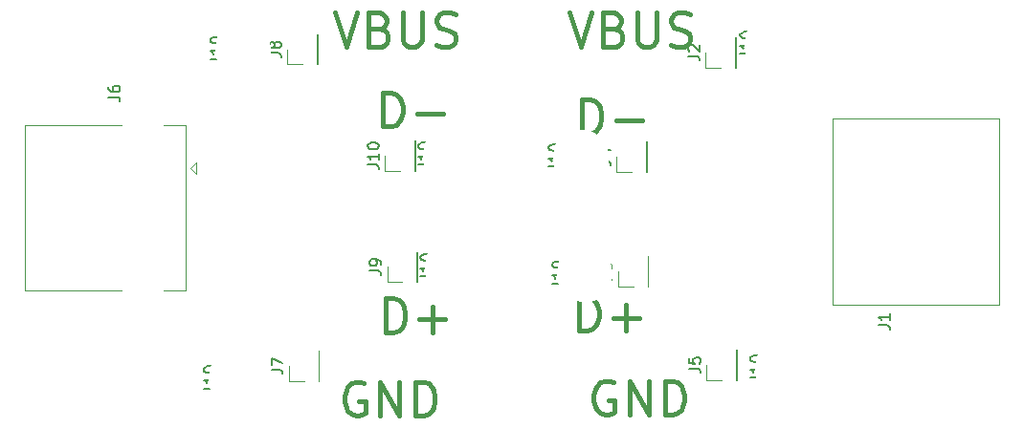
<source format=gto>
%TF.GenerationSoftware,KiCad,Pcbnew,5.1.10-88a1d61d58~88~ubuntu20.04.1*%
%TF.CreationDate,2021-05-09T22:43:12+02:00*%
%TF.ProjectId,USBConnectorTester,55534243-6f6e-46e6-9563-746f72546573,rev?*%
%TF.SameCoordinates,Original*%
%TF.FileFunction,Legend,Top*%
%TF.FilePolarity,Positive*%
%FSLAX46Y46*%
G04 Gerber Fmt 4.6, Leading zero omitted, Abs format (unit mm)*
G04 Created by KiCad (PCBNEW 5.1.10-88a1d61d58~88~ubuntu20.04.1) date 2021-05-09 22:43:12*
%MOMM*%
%LPD*%
G01*
G04 APERTURE LIST*
%ADD10C,0.400000*%
%ADD11C,0.120000*%
%ADD12C,0.150000*%
%ADD13C,5.000000*%
%ADD14R,1.700000X1.700000*%
%ADD15C,1.524000*%
%ADD16R,1.524000X1.524000*%
%ADD17C,3.500000*%
%ADD18C,1.500000*%
%ADD19C,3.000000*%
G04 APERTURE END LIST*
D10*
X134877142Y-110607142D02*
X134877142Y-107607142D01*
X135591428Y-107607142D01*
X136020000Y-107750000D01*
X136305714Y-108035714D01*
X136448571Y-108321428D01*
X136591428Y-108892857D01*
X136591428Y-109321428D01*
X136448571Y-109892857D01*
X136305714Y-110178571D01*
X136020000Y-110464285D01*
X135591428Y-110607142D01*
X134877142Y-110607142D01*
X137877142Y-109464285D02*
X140162857Y-109464285D01*
X139020000Y-110607142D02*
X139020000Y-108321428D01*
X134647142Y-92357142D02*
X134647142Y-89357142D01*
X135361428Y-89357142D01*
X135790000Y-89500000D01*
X136075714Y-89785714D01*
X136218571Y-90071428D01*
X136361428Y-90642857D01*
X136361428Y-91071428D01*
X136218571Y-91642857D01*
X136075714Y-91928571D01*
X135790000Y-92214285D01*
X135361428Y-92357142D01*
X134647142Y-92357142D01*
X137647142Y-91214285D02*
X139932857Y-91214285D01*
X152237142Y-92957142D02*
X152237142Y-89957142D01*
X152951428Y-89957142D01*
X153380000Y-90100000D01*
X153665714Y-90385714D01*
X153808571Y-90671428D01*
X153951428Y-91242857D01*
X153951428Y-91671428D01*
X153808571Y-92242857D01*
X153665714Y-92528571D01*
X153380000Y-92814285D01*
X152951428Y-92957142D01*
X152237142Y-92957142D01*
X155237142Y-91814285D02*
X157522857Y-91814285D01*
X152007142Y-110457142D02*
X152007142Y-107457142D01*
X152721428Y-107457142D01*
X153150000Y-107600000D01*
X153435714Y-107885714D01*
X153578571Y-108171428D01*
X153721428Y-108742857D01*
X153721428Y-109171428D01*
X153578571Y-109742857D01*
X153435714Y-110028571D01*
X153150000Y-110314285D01*
X152721428Y-110457142D01*
X152007142Y-110457142D01*
X155007142Y-109314285D02*
X157292857Y-109314285D01*
X156150000Y-110457142D02*
X156150000Y-108171428D01*
X151110000Y-82287142D02*
X152110000Y-85287142D01*
X153110000Y-82287142D01*
X155110000Y-83715714D02*
X155538571Y-83858571D01*
X155681428Y-84001428D01*
X155824285Y-84287142D01*
X155824285Y-84715714D01*
X155681428Y-85001428D01*
X155538571Y-85144285D01*
X155252857Y-85287142D01*
X154110000Y-85287142D01*
X154110000Y-82287142D01*
X155110000Y-82287142D01*
X155395714Y-82430000D01*
X155538571Y-82572857D01*
X155681428Y-82858571D01*
X155681428Y-83144285D01*
X155538571Y-83430000D01*
X155395714Y-83572857D01*
X155110000Y-83715714D01*
X154110000Y-83715714D01*
X157110000Y-82287142D02*
X157110000Y-84715714D01*
X157252857Y-85001428D01*
X157395714Y-85144285D01*
X157681428Y-85287142D01*
X158252857Y-85287142D01*
X158538571Y-85144285D01*
X158681428Y-85001428D01*
X158824285Y-84715714D01*
X158824285Y-82287142D01*
X160110000Y-85144285D02*
X160538571Y-85287142D01*
X161252857Y-85287142D01*
X161538571Y-85144285D01*
X161681428Y-85001428D01*
X161824285Y-84715714D01*
X161824285Y-84430000D01*
X161681428Y-84144285D01*
X161538571Y-84001428D01*
X161252857Y-83858571D01*
X160681428Y-83715714D01*
X160395714Y-83572857D01*
X160252857Y-83430000D01*
X160110000Y-83144285D01*
X160110000Y-82858571D01*
X160252857Y-82572857D01*
X160395714Y-82430000D01*
X160681428Y-82287142D01*
X161395714Y-82287142D01*
X161824285Y-82430000D01*
X130360000Y-82287142D02*
X131360000Y-85287142D01*
X132360000Y-82287142D01*
X134360000Y-83715714D02*
X134788571Y-83858571D01*
X134931428Y-84001428D01*
X135074285Y-84287142D01*
X135074285Y-84715714D01*
X134931428Y-85001428D01*
X134788571Y-85144285D01*
X134502857Y-85287142D01*
X133360000Y-85287142D01*
X133360000Y-82287142D01*
X134360000Y-82287142D01*
X134645714Y-82430000D01*
X134788571Y-82572857D01*
X134931428Y-82858571D01*
X134931428Y-83144285D01*
X134788571Y-83430000D01*
X134645714Y-83572857D01*
X134360000Y-83715714D01*
X133360000Y-83715714D01*
X136360000Y-82287142D02*
X136360000Y-84715714D01*
X136502857Y-85001428D01*
X136645714Y-85144285D01*
X136931428Y-85287142D01*
X137502857Y-85287142D01*
X137788571Y-85144285D01*
X137931428Y-85001428D01*
X138074285Y-84715714D01*
X138074285Y-82287142D01*
X139360000Y-85144285D02*
X139788571Y-85287142D01*
X140502857Y-85287142D01*
X140788571Y-85144285D01*
X140931428Y-85001428D01*
X141074285Y-84715714D01*
X141074285Y-84430000D01*
X140931428Y-84144285D01*
X140788571Y-84001428D01*
X140502857Y-83858571D01*
X139931428Y-83715714D01*
X139645714Y-83572857D01*
X139502857Y-83430000D01*
X139360000Y-83144285D01*
X139360000Y-82858571D01*
X139502857Y-82572857D01*
X139645714Y-82430000D01*
X139931428Y-82287142D01*
X140645714Y-82287142D01*
X141074285Y-82430000D01*
X132934285Y-115130000D02*
X132648571Y-114987142D01*
X132220000Y-114987142D01*
X131791428Y-115130000D01*
X131505714Y-115415714D01*
X131362857Y-115701428D01*
X131220000Y-116272857D01*
X131220000Y-116701428D01*
X131362857Y-117272857D01*
X131505714Y-117558571D01*
X131791428Y-117844285D01*
X132220000Y-117987142D01*
X132505714Y-117987142D01*
X132934285Y-117844285D01*
X133077142Y-117701428D01*
X133077142Y-116701428D01*
X132505714Y-116701428D01*
X134362857Y-117987142D02*
X134362857Y-114987142D01*
X136077142Y-117987142D01*
X136077142Y-114987142D01*
X137505714Y-117987142D02*
X137505714Y-114987142D01*
X138220000Y-114987142D01*
X138648571Y-115130000D01*
X138934285Y-115415714D01*
X139077142Y-115701428D01*
X139220000Y-116272857D01*
X139220000Y-116701428D01*
X139077142Y-117272857D01*
X138934285Y-117558571D01*
X138648571Y-117844285D01*
X138220000Y-117987142D01*
X137505714Y-117987142D01*
X154994285Y-115050000D02*
X154708571Y-114907142D01*
X154280000Y-114907142D01*
X153851428Y-115050000D01*
X153565714Y-115335714D01*
X153422857Y-115621428D01*
X153280000Y-116192857D01*
X153280000Y-116621428D01*
X153422857Y-117192857D01*
X153565714Y-117478571D01*
X153851428Y-117764285D01*
X154280000Y-117907142D01*
X154565714Y-117907142D01*
X154994285Y-117764285D01*
X155137142Y-117621428D01*
X155137142Y-116621428D01*
X154565714Y-116621428D01*
X156422857Y-117907142D02*
X156422857Y-114907142D01*
X158137142Y-117907142D01*
X158137142Y-114907142D01*
X159565714Y-117907142D02*
X159565714Y-114907142D01*
X160280000Y-114907142D01*
X160708571Y-115050000D01*
X160994285Y-115335714D01*
X161137142Y-115621428D01*
X161280000Y-116192857D01*
X161280000Y-116621428D01*
X161137142Y-117192857D01*
X160994285Y-117478571D01*
X160708571Y-117764285D01*
X160280000Y-117907142D01*
X159565714Y-117907142D01*
D11*
X168670000Y-115150000D02*
X168670000Y-113820000D01*
X170000000Y-115150000D02*
X168670000Y-115150000D01*
X171270000Y-115150000D02*
X171270000Y-112490000D01*
X171270000Y-112490000D02*
X171330000Y-112490000D01*
X171270000Y-115150000D02*
X171330000Y-115150000D01*
X171330000Y-115150000D02*
X171330000Y-112490000D01*
X170440000Y-86460000D02*
X170440000Y-83800000D01*
X170380000Y-86460000D02*
X170440000Y-86460000D01*
X170380000Y-83800000D02*
X170440000Y-83800000D01*
X170380000Y-86460000D02*
X170380000Y-83800000D01*
X169110000Y-86460000D02*
X167780000Y-86460000D01*
X167780000Y-86460000D02*
X167780000Y-85130000D01*
X150840000Y-96440000D02*
X150840000Y-95110000D01*
X152170000Y-96440000D02*
X150840000Y-96440000D01*
X153440000Y-96440000D02*
X153440000Y-93780000D01*
X153440000Y-93780000D02*
X153500000Y-93780000D01*
X153440000Y-96440000D02*
X153500000Y-96440000D01*
X153500000Y-96440000D02*
X153500000Y-93780000D01*
X153820000Y-106810000D02*
X153820000Y-104150000D01*
X153760000Y-106810000D02*
X153820000Y-106810000D01*
X153760000Y-104150000D02*
X153820000Y-104150000D01*
X153760000Y-106810000D02*
X153760000Y-104150000D01*
X152490000Y-106810000D02*
X151160000Y-106810000D01*
X151160000Y-106810000D02*
X151160000Y-105480000D01*
X139470000Y-106180000D02*
X139470000Y-104850000D01*
X140800000Y-106180000D02*
X139470000Y-106180000D01*
X142070000Y-106180000D02*
X142070000Y-103520000D01*
X142070000Y-103520000D02*
X142130000Y-103520000D01*
X142070000Y-106180000D02*
X142130000Y-106180000D01*
X142130000Y-106180000D02*
X142130000Y-103520000D01*
X122980000Y-116100000D02*
X122980000Y-113440000D01*
X122920000Y-116100000D02*
X122980000Y-116100000D01*
X122920000Y-113440000D02*
X122980000Y-113440000D01*
X122920000Y-116100000D02*
X122920000Y-113440000D01*
X121650000Y-116100000D02*
X120320000Y-116100000D01*
X120320000Y-116100000D02*
X120320000Y-114770000D01*
X120890000Y-86900000D02*
X120890000Y-85570000D01*
X122220000Y-86900000D02*
X120890000Y-86900000D01*
X123490000Y-86900000D02*
X123490000Y-84240000D01*
X123490000Y-84240000D02*
X123550000Y-84240000D01*
X123490000Y-86900000D02*
X123550000Y-86900000D01*
X123550000Y-86900000D02*
X123550000Y-84240000D01*
X141950000Y-96280000D02*
X141950000Y-93620000D01*
X141890000Y-96280000D02*
X141950000Y-96280000D01*
X141890000Y-93620000D02*
X141950000Y-93620000D01*
X141890000Y-96280000D02*
X141890000Y-93620000D01*
X140620000Y-96280000D02*
X139290000Y-96280000D01*
X139290000Y-96280000D02*
X139290000Y-94950000D01*
X134820000Y-96280000D02*
X134820000Y-94950000D01*
X136150000Y-96280000D02*
X134820000Y-96280000D01*
X137420000Y-96280000D02*
X137420000Y-93620000D01*
X137420000Y-93620000D02*
X137480000Y-93620000D01*
X137420000Y-96280000D02*
X137480000Y-96280000D01*
X137480000Y-96280000D02*
X137480000Y-93620000D01*
X135010000Y-106140000D02*
X135010000Y-104810000D01*
X136340000Y-106140000D02*
X135010000Y-106140000D01*
X137610000Y-106140000D02*
X137610000Y-103480000D01*
X137610000Y-103480000D02*
X137670000Y-103480000D01*
X137610000Y-106140000D02*
X137670000Y-106140000D01*
X137670000Y-106140000D02*
X137670000Y-103480000D01*
X126160000Y-86850000D02*
X126160000Y-85520000D01*
X127490000Y-86850000D02*
X126160000Y-86850000D01*
X128760000Y-86850000D02*
X128760000Y-84190000D01*
X128760000Y-84190000D02*
X128820000Y-84190000D01*
X128760000Y-86850000D02*
X128820000Y-86850000D01*
X128820000Y-86850000D02*
X128820000Y-84190000D01*
X126310000Y-114920000D02*
X126310000Y-113590000D01*
X127640000Y-114920000D02*
X126310000Y-114920000D01*
X128910000Y-114920000D02*
X128910000Y-112260000D01*
X128910000Y-112260000D02*
X128970000Y-112260000D01*
X128910000Y-114920000D02*
X128970000Y-114920000D01*
X128970000Y-114920000D02*
X128970000Y-112260000D01*
X118070000Y-96580000D02*
X118070000Y-95580000D01*
X117570000Y-96080000D02*
X118070000Y-96580000D01*
X118070000Y-95580000D02*
X117570000Y-96080000D01*
X115210000Y-106940000D02*
X117190000Y-106940000D01*
X117190000Y-92220000D02*
X115210000Y-92220000D01*
X117190000Y-92220000D02*
X117190000Y-106940000D01*
X111510000Y-106940000D02*
X102970000Y-106940000D01*
X102970000Y-92220000D02*
X102970000Y-106940000D01*
X111510000Y-92220000D02*
X102970000Y-92220000D01*
X163260000Y-114820000D02*
X163260000Y-113490000D01*
X164590000Y-114820000D02*
X163260000Y-114820000D01*
X165860000Y-114820000D02*
X165860000Y-112160000D01*
X165860000Y-112160000D02*
X165920000Y-112160000D01*
X165860000Y-114820000D02*
X165920000Y-114820000D01*
X165920000Y-114820000D02*
X165920000Y-112160000D01*
X155290000Y-96390000D02*
X155290000Y-95060000D01*
X156620000Y-96390000D02*
X155290000Y-96390000D01*
X157890000Y-96390000D02*
X157890000Y-93730000D01*
X157890000Y-93730000D02*
X157950000Y-93730000D01*
X157890000Y-96390000D02*
X157950000Y-96390000D01*
X157950000Y-96390000D02*
X157950000Y-93730000D01*
X155440000Y-106550000D02*
X155440000Y-105220000D01*
X156770000Y-106550000D02*
X155440000Y-106550000D01*
X158040000Y-106550000D02*
X158040000Y-103890000D01*
X158040000Y-103890000D02*
X158100000Y-103890000D01*
X158040000Y-106550000D02*
X158100000Y-106550000D01*
X158100000Y-106550000D02*
X158100000Y-103890000D01*
X163180000Y-87130000D02*
X163180000Y-85800000D01*
X164510000Y-87130000D02*
X163180000Y-87130000D01*
X165780000Y-87130000D02*
X165780000Y-84470000D01*
X165780000Y-84470000D02*
X165840000Y-84470000D01*
X165780000Y-87130000D02*
X165840000Y-87130000D01*
X165840000Y-87130000D02*
X165840000Y-84470000D01*
X174380000Y-108160000D02*
X174380000Y-91660000D01*
X174380000Y-91660000D02*
X189130000Y-91660000D01*
X189130000Y-91660000D02*
X189130000Y-108160000D01*
X189130000Y-108160000D02*
X174380000Y-108160000D01*
D12*
X167122380Y-114629523D02*
X167836666Y-114629523D01*
X167979523Y-114677142D01*
X168074761Y-114772380D01*
X168122380Y-114915238D01*
X168122380Y-115010476D01*
X168122380Y-113629523D02*
X168122380Y-114200952D01*
X168122380Y-113915238D02*
X167122380Y-113915238D01*
X167265238Y-114010476D01*
X167360476Y-114105714D01*
X167408095Y-114200952D01*
X167122380Y-113010476D02*
X167122380Y-112915238D01*
X167170000Y-112820000D01*
X167217619Y-112772380D01*
X167312857Y-112724761D01*
X167503333Y-112677142D01*
X167741428Y-112677142D01*
X167931904Y-112724761D01*
X168027142Y-112772380D01*
X168074761Y-112820000D01*
X168122380Y-112915238D01*
X168122380Y-113010476D01*
X168074761Y-113105714D01*
X168027142Y-113153333D01*
X167931904Y-113200952D01*
X167741428Y-113248571D01*
X167503333Y-113248571D01*
X167312857Y-113200952D01*
X167217619Y-113153333D01*
X167170000Y-113105714D01*
X167122380Y-113010476D01*
X166232380Y-85939523D02*
X166946666Y-85939523D01*
X167089523Y-85987142D01*
X167184761Y-86082380D01*
X167232380Y-86225238D01*
X167232380Y-86320476D01*
X167232380Y-84939523D02*
X167232380Y-85510952D01*
X167232380Y-85225238D02*
X166232380Y-85225238D01*
X166375238Y-85320476D01*
X166470476Y-85415714D01*
X166518095Y-85510952D01*
X166232380Y-84320476D02*
X166232380Y-84225238D01*
X166280000Y-84130000D01*
X166327619Y-84082380D01*
X166422857Y-84034761D01*
X166613333Y-83987142D01*
X166851428Y-83987142D01*
X167041904Y-84034761D01*
X167137142Y-84082380D01*
X167184761Y-84130000D01*
X167232380Y-84225238D01*
X167232380Y-84320476D01*
X167184761Y-84415714D01*
X167137142Y-84463333D01*
X167041904Y-84510952D01*
X166851428Y-84558571D01*
X166613333Y-84558571D01*
X166422857Y-84510952D01*
X166327619Y-84463333D01*
X166280000Y-84415714D01*
X166232380Y-84320476D01*
X149292380Y-95919523D02*
X150006666Y-95919523D01*
X150149523Y-95967142D01*
X150244761Y-96062380D01*
X150292380Y-96205238D01*
X150292380Y-96300476D01*
X150292380Y-94919523D02*
X150292380Y-95490952D01*
X150292380Y-95205238D02*
X149292380Y-95205238D01*
X149435238Y-95300476D01*
X149530476Y-95395714D01*
X149578095Y-95490952D01*
X149292380Y-94300476D02*
X149292380Y-94205238D01*
X149340000Y-94110000D01*
X149387619Y-94062380D01*
X149482857Y-94014761D01*
X149673333Y-93967142D01*
X149911428Y-93967142D01*
X150101904Y-94014761D01*
X150197142Y-94062380D01*
X150244761Y-94110000D01*
X150292380Y-94205238D01*
X150292380Y-94300476D01*
X150244761Y-94395714D01*
X150197142Y-94443333D01*
X150101904Y-94490952D01*
X149911428Y-94538571D01*
X149673333Y-94538571D01*
X149482857Y-94490952D01*
X149387619Y-94443333D01*
X149340000Y-94395714D01*
X149292380Y-94300476D01*
X149612380Y-106289523D02*
X150326666Y-106289523D01*
X150469523Y-106337142D01*
X150564761Y-106432380D01*
X150612380Y-106575238D01*
X150612380Y-106670476D01*
X150612380Y-105289523D02*
X150612380Y-105860952D01*
X150612380Y-105575238D02*
X149612380Y-105575238D01*
X149755238Y-105670476D01*
X149850476Y-105765714D01*
X149898095Y-105860952D01*
X149612380Y-104670476D02*
X149612380Y-104575238D01*
X149660000Y-104480000D01*
X149707619Y-104432380D01*
X149802857Y-104384761D01*
X149993333Y-104337142D01*
X150231428Y-104337142D01*
X150421904Y-104384761D01*
X150517142Y-104432380D01*
X150564761Y-104480000D01*
X150612380Y-104575238D01*
X150612380Y-104670476D01*
X150564761Y-104765714D01*
X150517142Y-104813333D01*
X150421904Y-104860952D01*
X150231428Y-104908571D01*
X149993333Y-104908571D01*
X149802857Y-104860952D01*
X149707619Y-104813333D01*
X149660000Y-104765714D01*
X149612380Y-104670476D01*
X137922380Y-105659523D02*
X138636666Y-105659523D01*
X138779523Y-105707142D01*
X138874761Y-105802380D01*
X138922380Y-105945238D01*
X138922380Y-106040476D01*
X138922380Y-104659523D02*
X138922380Y-105230952D01*
X138922380Y-104945238D02*
X137922380Y-104945238D01*
X138065238Y-105040476D01*
X138160476Y-105135714D01*
X138208095Y-105230952D01*
X137922380Y-104040476D02*
X137922380Y-103945238D01*
X137970000Y-103850000D01*
X138017619Y-103802380D01*
X138112857Y-103754761D01*
X138303333Y-103707142D01*
X138541428Y-103707142D01*
X138731904Y-103754761D01*
X138827142Y-103802380D01*
X138874761Y-103850000D01*
X138922380Y-103945238D01*
X138922380Y-104040476D01*
X138874761Y-104135714D01*
X138827142Y-104183333D01*
X138731904Y-104230952D01*
X138541428Y-104278571D01*
X138303333Y-104278571D01*
X138112857Y-104230952D01*
X138017619Y-104183333D01*
X137970000Y-104135714D01*
X137922380Y-104040476D01*
X118772380Y-115579523D02*
X119486666Y-115579523D01*
X119629523Y-115627142D01*
X119724761Y-115722380D01*
X119772380Y-115865238D01*
X119772380Y-115960476D01*
X119772380Y-114579523D02*
X119772380Y-115150952D01*
X119772380Y-114865238D02*
X118772380Y-114865238D01*
X118915238Y-114960476D01*
X119010476Y-115055714D01*
X119058095Y-115150952D01*
X118772380Y-113960476D02*
X118772380Y-113865238D01*
X118820000Y-113770000D01*
X118867619Y-113722380D01*
X118962857Y-113674761D01*
X119153333Y-113627142D01*
X119391428Y-113627142D01*
X119581904Y-113674761D01*
X119677142Y-113722380D01*
X119724761Y-113770000D01*
X119772380Y-113865238D01*
X119772380Y-113960476D01*
X119724761Y-114055714D01*
X119677142Y-114103333D01*
X119581904Y-114150952D01*
X119391428Y-114198571D01*
X119153333Y-114198571D01*
X118962857Y-114150952D01*
X118867619Y-114103333D01*
X118820000Y-114055714D01*
X118772380Y-113960476D01*
X119342380Y-86379523D02*
X120056666Y-86379523D01*
X120199523Y-86427142D01*
X120294761Y-86522380D01*
X120342380Y-86665238D01*
X120342380Y-86760476D01*
X120342380Y-85379523D02*
X120342380Y-85950952D01*
X120342380Y-85665238D02*
X119342380Y-85665238D01*
X119485238Y-85760476D01*
X119580476Y-85855714D01*
X119628095Y-85950952D01*
X119342380Y-84760476D02*
X119342380Y-84665238D01*
X119390000Y-84570000D01*
X119437619Y-84522380D01*
X119532857Y-84474761D01*
X119723333Y-84427142D01*
X119961428Y-84427142D01*
X120151904Y-84474761D01*
X120247142Y-84522380D01*
X120294761Y-84570000D01*
X120342380Y-84665238D01*
X120342380Y-84760476D01*
X120294761Y-84855714D01*
X120247142Y-84903333D01*
X120151904Y-84950952D01*
X119961428Y-84998571D01*
X119723333Y-84998571D01*
X119532857Y-84950952D01*
X119437619Y-84903333D01*
X119390000Y-84855714D01*
X119342380Y-84760476D01*
X137742380Y-95759523D02*
X138456666Y-95759523D01*
X138599523Y-95807142D01*
X138694761Y-95902380D01*
X138742380Y-96045238D01*
X138742380Y-96140476D01*
X138742380Y-94759523D02*
X138742380Y-95330952D01*
X138742380Y-95045238D02*
X137742380Y-95045238D01*
X137885238Y-95140476D01*
X137980476Y-95235714D01*
X138028095Y-95330952D01*
X137742380Y-94140476D02*
X137742380Y-94045238D01*
X137790000Y-93950000D01*
X137837619Y-93902380D01*
X137932857Y-93854761D01*
X138123333Y-93807142D01*
X138361428Y-93807142D01*
X138551904Y-93854761D01*
X138647142Y-93902380D01*
X138694761Y-93950000D01*
X138742380Y-94045238D01*
X138742380Y-94140476D01*
X138694761Y-94235714D01*
X138647142Y-94283333D01*
X138551904Y-94330952D01*
X138361428Y-94378571D01*
X138123333Y-94378571D01*
X137932857Y-94330952D01*
X137837619Y-94283333D01*
X137790000Y-94235714D01*
X137742380Y-94140476D01*
X133272380Y-95759523D02*
X133986666Y-95759523D01*
X134129523Y-95807142D01*
X134224761Y-95902380D01*
X134272380Y-96045238D01*
X134272380Y-96140476D01*
X134272380Y-94759523D02*
X134272380Y-95330952D01*
X134272380Y-95045238D02*
X133272380Y-95045238D01*
X133415238Y-95140476D01*
X133510476Y-95235714D01*
X133558095Y-95330952D01*
X133272380Y-94140476D02*
X133272380Y-94045238D01*
X133320000Y-93950000D01*
X133367619Y-93902380D01*
X133462857Y-93854761D01*
X133653333Y-93807142D01*
X133891428Y-93807142D01*
X134081904Y-93854761D01*
X134177142Y-93902380D01*
X134224761Y-93950000D01*
X134272380Y-94045238D01*
X134272380Y-94140476D01*
X134224761Y-94235714D01*
X134177142Y-94283333D01*
X134081904Y-94330952D01*
X133891428Y-94378571D01*
X133653333Y-94378571D01*
X133462857Y-94330952D01*
X133367619Y-94283333D01*
X133320000Y-94235714D01*
X133272380Y-94140476D01*
X133462380Y-105143333D02*
X134176666Y-105143333D01*
X134319523Y-105190952D01*
X134414761Y-105286190D01*
X134462380Y-105429047D01*
X134462380Y-105524285D01*
X134462380Y-104619523D02*
X134462380Y-104429047D01*
X134414761Y-104333809D01*
X134367142Y-104286190D01*
X134224285Y-104190952D01*
X134033809Y-104143333D01*
X133652857Y-104143333D01*
X133557619Y-104190952D01*
X133510000Y-104238571D01*
X133462380Y-104333809D01*
X133462380Y-104524285D01*
X133510000Y-104619523D01*
X133557619Y-104667142D01*
X133652857Y-104714761D01*
X133890952Y-104714761D01*
X133986190Y-104667142D01*
X134033809Y-104619523D01*
X134081428Y-104524285D01*
X134081428Y-104333809D01*
X134033809Y-104238571D01*
X133986190Y-104190952D01*
X133890952Y-104143333D01*
X124612380Y-85853333D02*
X125326666Y-85853333D01*
X125469523Y-85900952D01*
X125564761Y-85996190D01*
X125612380Y-86139047D01*
X125612380Y-86234285D01*
X125040952Y-85234285D02*
X124993333Y-85329523D01*
X124945714Y-85377142D01*
X124850476Y-85424761D01*
X124802857Y-85424761D01*
X124707619Y-85377142D01*
X124660000Y-85329523D01*
X124612380Y-85234285D01*
X124612380Y-85043809D01*
X124660000Y-84948571D01*
X124707619Y-84900952D01*
X124802857Y-84853333D01*
X124850476Y-84853333D01*
X124945714Y-84900952D01*
X124993333Y-84948571D01*
X125040952Y-85043809D01*
X125040952Y-85234285D01*
X125088571Y-85329523D01*
X125136190Y-85377142D01*
X125231428Y-85424761D01*
X125421904Y-85424761D01*
X125517142Y-85377142D01*
X125564761Y-85329523D01*
X125612380Y-85234285D01*
X125612380Y-85043809D01*
X125564761Y-84948571D01*
X125517142Y-84900952D01*
X125421904Y-84853333D01*
X125231428Y-84853333D01*
X125136190Y-84900952D01*
X125088571Y-84948571D01*
X125040952Y-85043809D01*
X124762380Y-113923333D02*
X125476666Y-113923333D01*
X125619523Y-113970952D01*
X125714761Y-114066190D01*
X125762380Y-114209047D01*
X125762380Y-114304285D01*
X124762380Y-113542380D02*
X124762380Y-112875714D01*
X125762380Y-113304285D01*
X110352380Y-89753333D02*
X111066666Y-89753333D01*
X111209523Y-89800952D01*
X111304761Y-89896190D01*
X111352380Y-90039047D01*
X111352380Y-90134285D01*
X110352380Y-88848571D02*
X110352380Y-89039047D01*
X110400000Y-89134285D01*
X110447619Y-89181904D01*
X110590476Y-89277142D01*
X110780952Y-89324761D01*
X111161904Y-89324761D01*
X111257142Y-89277142D01*
X111304761Y-89229523D01*
X111352380Y-89134285D01*
X111352380Y-88943809D01*
X111304761Y-88848571D01*
X111257142Y-88800952D01*
X111161904Y-88753333D01*
X110923809Y-88753333D01*
X110828571Y-88800952D01*
X110780952Y-88848571D01*
X110733333Y-88943809D01*
X110733333Y-89134285D01*
X110780952Y-89229523D01*
X110828571Y-89277142D01*
X110923809Y-89324761D01*
X161712380Y-113823333D02*
X162426666Y-113823333D01*
X162569523Y-113870952D01*
X162664761Y-113966190D01*
X162712380Y-114109047D01*
X162712380Y-114204285D01*
X161712380Y-112870952D02*
X161712380Y-113347142D01*
X162188571Y-113394761D01*
X162140952Y-113347142D01*
X162093333Y-113251904D01*
X162093333Y-113013809D01*
X162140952Y-112918571D01*
X162188571Y-112870952D01*
X162283809Y-112823333D01*
X162521904Y-112823333D01*
X162617142Y-112870952D01*
X162664761Y-112918571D01*
X162712380Y-113013809D01*
X162712380Y-113251904D01*
X162664761Y-113347142D01*
X162617142Y-113394761D01*
X153742380Y-95393333D02*
X154456666Y-95393333D01*
X154599523Y-95440952D01*
X154694761Y-95536190D01*
X154742380Y-95679047D01*
X154742380Y-95774285D01*
X154075714Y-94488571D02*
X154742380Y-94488571D01*
X153694761Y-94726666D02*
X154409047Y-94964761D01*
X154409047Y-94345714D01*
X153892380Y-105553333D02*
X154606666Y-105553333D01*
X154749523Y-105600952D01*
X154844761Y-105696190D01*
X154892380Y-105839047D01*
X154892380Y-105934285D01*
X153892380Y-105172380D02*
X153892380Y-104553333D01*
X154273333Y-104886666D01*
X154273333Y-104743809D01*
X154320952Y-104648571D01*
X154368571Y-104600952D01*
X154463809Y-104553333D01*
X154701904Y-104553333D01*
X154797142Y-104600952D01*
X154844761Y-104648571D01*
X154892380Y-104743809D01*
X154892380Y-105029523D01*
X154844761Y-105124761D01*
X154797142Y-105172380D01*
X161632380Y-86133333D02*
X162346666Y-86133333D01*
X162489523Y-86180952D01*
X162584761Y-86276190D01*
X162632380Y-86419047D01*
X162632380Y-86514285D01*
X161727619Y-85704761D02*
X161680000Y-85657142D01*
X161632380Y-85561904D01*
X161632380Y-85323809D01*
X161680000Y-85228571D01*
X161727619Y-85180952D01*
X161822857Y-85133333D01*
X161918095Y-85133333D01*
X162060952Y-85180952D01*
X162632380Y-85752380D01*
X162632380Y-85133333D01*
X178452380Y-109953333D02*
X179166666Y-109953333D01*
X179309523Y-110000952D01*
X179404761Y-110096190D01*
X179452380Y-110239047D01*
X179452380Y-110334285D01*
X179452380Y-108953333D02*
X179452380Y-109524761D01*
X179452380Y-109239047D02*
X178452380Y-109239047D01*
X178595238Y-109334285D01*
X178690476Y-109429523D01*
X178738095Y-109524761D01*
%LPC*%
D13*
X170000000Y-113820000D03*
X169110000Y-85130000D03*
X152170000Y-95110000D03*
X152490000Y-105480000D03*
X140800000Y-104850000D03*
X121650000Y-114770000D03*
X122220000Y-85570000D03*
X140620000Y-94950000D03*
D14*
X136150000Y-94950000D03*
X136340000Y-104810000D03*
X127490000Y-85520000D03*
X127640000Y-113590000D03*
D15*
X116070000Y-103080000D03*
X116070000Y-100580000D03*
X116070000Y-98580000D03*
D16*
X116070000Y-96080000D03*
D17*
X113360000Y-93010000D03*
X113360000Y-106150000D03*
D14*
X164590000Y-113490000D03*
X156620000Y-95060000D03*
X156770000Y-105220000D03*
X164510000Y-85800000D03*
D18*
X177630000Y-97660000D03*
X177630000Y-102160000D03*
D19*
X177630000Y-93910000D03*
X177630000Y-105910000D03*
D15*
X175630000Y-96910000D03*
X175630000Y-98910000D03*
X175630000Y-100910000D03*
X175630000Y-102910000D03*
M02*

</source>
